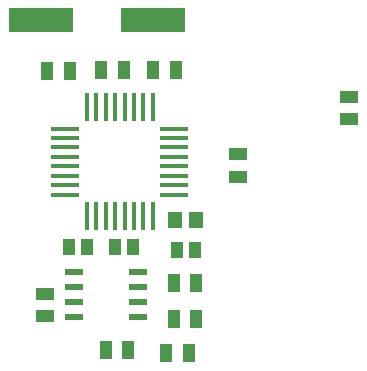
<source format=gtp>
G04*
G04 #@! TF.GenerationSoftware,Altium Limited,Altium Designer,21.0.9 (235)*
G04*
G04 Layer_Color=8421504*
%FSLAX25Y25*%
%MOIN*%
G70*
G04*
G04 #@! TF.SameCoordinates,DB600209-2405-4227-A8B2-1458F7EF1284*
G04*
G04*
G04 #@! TF.FilePolarity,Positive*
G04*
G01*
G75*
%ADD17R,0.05906X0.04331*%
%ADD18R,0.04331X0.05512*%
%ADD19R,0.01575X0.09449*%
%ADD20R,0.09449X0.01575*%
%ADD21R,0.21654X0.07874*%
%ADD22R,0.04331X0.05906*%
%ADD23R,0.04724X0.05512*%
%ADD24R,0.06102X0.02362*%
D17*
X657500Y205020D02*
D03*
Y212500D02*
D03*
X620425Y185823D02*
D03*
Y193303D02*
D03*
X556000Y146925D02*
D03*
Y139445D02*
D03*
D18*
X569953Y162500D02*
D03*
X564047D02*
D03*
X600047Y161500D02*
D03*
X605953D02*
D03*
X579445Y162481D02*
D03*
X585350D02*
D03*
D19*
X592024Y209004D02*
D03*
X588874D02*
D03*
X585724D02*
D03*
X582575D02*
D03*
X579425D02*
D03*
X576276D02*
D03*
X573126D02*
D03*
X569976D02*
D03*
X569976Y172783D02*
D03*
X573126D02*
D03*
X576275D02*
D03*
X579425Y172783D02*
D03*
X582575Y172783D02*
D03*
X585724D02*
D03*
X588874D02*
D03*
X592024D02*
D03*
D20*
X562890Y201917D02*
D03*
Y198768D02*
D03*
Y195618D02*
D03*
Y192469D02*
D03*
Y189319D02*
D03*
Y186169D02*
D03*
Y183020D02*
D03*
Y179870D02*
D03*
X599110Y179870D02*
D03*
Y183020D02*
D03*
Y186169D02*
D03*
Y189319D02*
D03*
Y192469D02*
D03*
Y195618D02*
D03*
Y198768D02*
D03*
Y201917D02*
D03*
D21*
X554799Y238000D02*
D03*
X592201D02*
D03*
D22*
X583740Y128000D02*
D03*
X576260D02*
D03*
X574803Y221287D02*
D03*
X582283D02*
D03*
X606433Y138500D02*
D03*
X598953D02*
D03*
X603894Y127000D02*
D03*
X596413D02*
D03*
X556760Y221000D02*
D03*
X564240D02*
D03*
X599681Y221287D02*
D03*
X592201D02*
D03*
X606449Y150500D02*
D03*
X598969D02*
D03*
D23*
X599457Y171500D02*
D03*
X606543D02*
D03*
D24*
X587000Y139000D02*
D03*
Y144000D02*
D03*
Y149000D02*
D03*
Y154000D02*
D03*
X565740D02*
D03*
Y149000D02*
D03*
Y144000D02*
D03*
Y139000D02*
D03*
M02*

</source>
